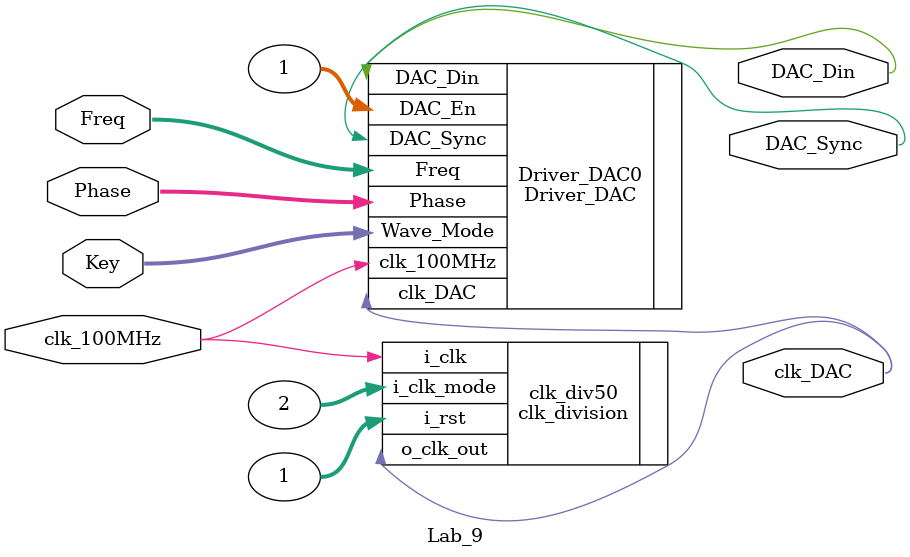
<source format=v>
`timescale 1ns / 1ps


module Lab_9(
    input clk_100MHz,
    input [1:0]Key,
    input [15:0]Freq,
    input [15:0]Phase,
    output clk_DAC,
    output DAC_Din,
    output DAC_Sync
    );
    //Ìá¹©DACÊ±ÖÓ
    clk_division clk_div50(
        .i_clk(clk_100MHz),
        .i_rst(1),
        .i_clk_mode(2),
        .o_clk_out(clk_DAC)
    );
    //Çý¶¯ÊµÀý»¯
    Driver_DAC Driver_DAC0(
        .clk_100MHz(clk_100MHz),
        .clk_DAC(clk_DAC),
        .DAC_En(1),
        .Wave_Mode(Key),
        .Phase(Phase),
        .Freq(Freq),
        .DAC_Din(DAC_Din),
        .DAC_Sync(DAC_Sync)
    );
endmodule

</source>
